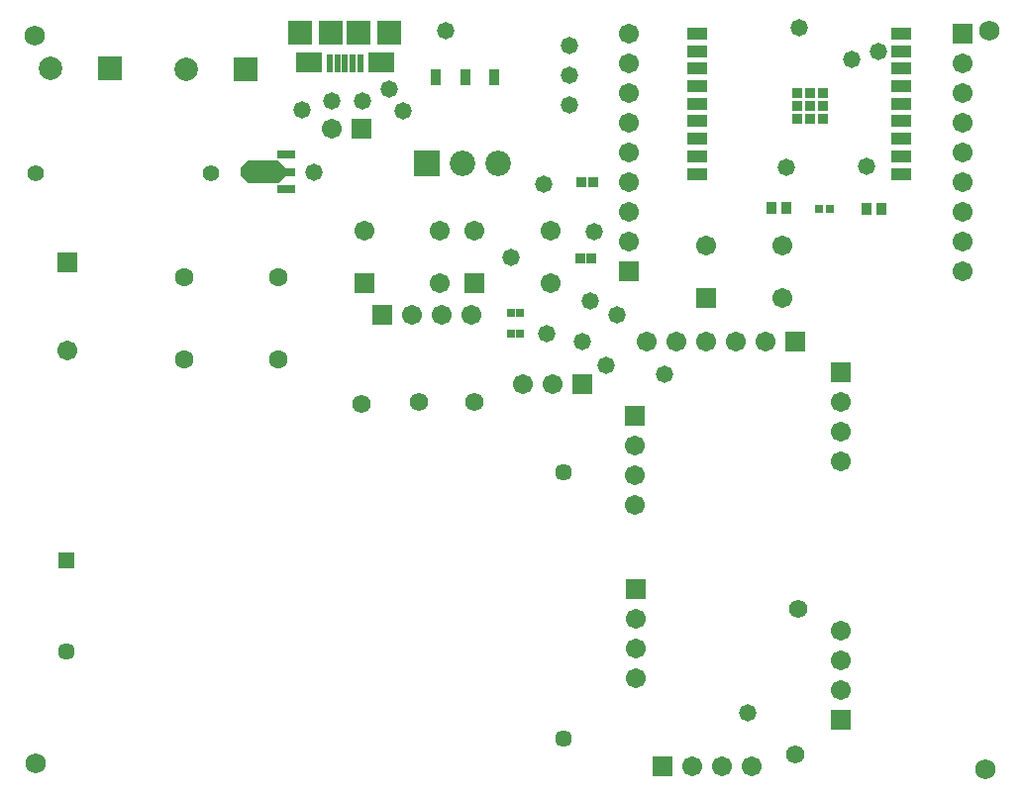
<source format=gts>
G04*
G04 #@! TF.GenerationSoftware,Altium Limited,Altium Designer,20.0.2 (26)*
G04*
G04 Layer_Color=8388736*
%FSLAX25Y25*%
%MOIN*%
G70*
G01*
G75*
%ADD18R,0.02816X0.02648*%
%ADD31R,0.02769X0.02572*%
%ADD32R,0.05918X0.03162*%
%ADD33R,0.03950X0.03162*%
%ADD34R,0.03556X0.05524*%
%ADD35R,0.03556X0.03556*%
%ADD36R,0.06706X0.04343*%
%ADD37R,0.03517X0.03635*%
%ADD38R,0.03753X0.04147*%
%ADD39R,0.03517X0.03635*%
%ADD40R,0.08280X0.08280*%
%ADD41R,0.07887X0.08280*%
%ADD42R,0.09068X0.07099*%
%ADD43R,0.02375X0.06115*%
%ADD44C,0.06737*%
%ADD45R,0.06737X0.06737*%
%ADD46C,0.06312*%
%ADD47C,0.08536*%
%ADD48R,0.08536X0.08536*%
%ADD49R,0.07887X0.07887*%
%ADD50C,0.07887*%
%ADD51C,0.05524*%
%ADD52C,0.06706*%
%ADD53R,0.06706X0.06706*%
%ADD54R,0.06706X0.06706*%
%ADD55R,0.05709X0.05709*%
%ADD56C,0.05709*%
%ADD57C,0.06181*%
%ADD58C,0.05796*%
%ADD59C,0.06800*%
%ADD60C,0.05800*%
G36*
X188202Y451441D02*
X188253Y451431D01*
X188303Y451414D01*
X188350Y451391D01*
X188394Y451361D01*
X188433Y451327D01*
X190795Y448965D01*
X190830Y448925D01*
X190859Y448881D01*
X190882Y448835D01*
X190899Y448785D01*
X190909Y448733D01*
X190913Y448681D01*
Y446319D01*
X190909Y446267D01*
X190899Y446215D01*
X190882Y446166D01*
X190859Y446118D01*
X190830Y446075D01*
X190795Y446035D01*
X188433Y443673D01*
X188394Y443639D01*
X188350Y443610D01*
X188303Y443586D01*
X188253Y443570D01*
X188202Y443559D01*
X188150Y443556D01*
X178701D01*
X178648Y443559D01*
X178597Y443570D01*
X178547Y443586D01*
X178500Y443610D01*
X178457Y443639D01*
X178417Y443673D01*
X176055Y446035D01*
X176021Y446075D01*
X175991Y446118D01*
X175968Y446166D01*
X175951Y446215D01*
X175941Y446267D01*
X175938Y446319D01*
Y448681D01*
X175941Y448733D01*
X175951Y448785D01*
X175968Y448835D01*
X175991Y448881D01*
X176021Y448925D01*
X176055Y448965D01*
X178417Y451327D01*
X178457Y451361D01*
X178500Y451391D01*
X178547Y451414D01*
X178597Y451431D01*
X178648Y451441D01*
X178701Y451444D01*
X188150D01*
X188202Y451441D01*
D02*
G37*
D18*
X374384Y435000D02*
D03*
X370616D02*
D03*
D31*
X267024Y393000D02*
D03*
X269976D02*
D03*
X269976Y400000D02*
D03*
X267024D02*
D03*
D32*
X191102Y453406D02*
D03*
Y441594D02*
D03*
D33*
X192087Y447500D02*
D03*
D34*
X241657Y479205D02*
D03*
X251500D02*
D03*
X261343D02*
D03*
D35*
X372000Y465338D02*
D03*
X367669D02*
D03*
X363339D02*
D03*
Y469669D02*
D03*
Y474000D02*
D03*
X367669D02*
D03*
X372000D02*
D03*
Y469669D02*
D03*
X367669D02*
D03*
D36*
X398339Y494079D02*
D03*
Y488173D02*
D03*
Y482268D02*
D03*
Y476362D02*
D03*
Y470457D02*
D03*
Y464551D02*
D03*
Y458646D02*
D03*
Y452740D02*
D03*
Y446835D02*
D03*
X329441D02*
D03*
Y452740D02*
D03*
Y458646D02*
D03*
Y464551D02*
D03*
Y470457D02*
D03*
Y476362D02*
D03*
Y482268D02*
D03*
Y488173D02*
D03*
Y494079D02*
D03*
D37*
X293811Y418500D02*
D03*
X290189D02*
D03*
D38*
X359461Y435500D02*
D03*
X354539D02*
D03*
X386539Y435000D02*
D03*
X391461D02*
D03*
D39*
X294429Y444000D02*
D03*
X290571D02*
D03*
D40*
X206236Y494500D02*
D03*
X215685D02*
D03*
D41*
X196000D02*
D03*
X225921D02*
D03*
D42*
X198756Y484461D02*
D03*
X223165D02*
D03*
D43*
X205843Y483969D02*
D03*
X216079D02*
D03*
X208402D02*
D03*
X213520D02*
D03*
X210961D02*
D03*
D44*
X358295Y422858D02*
D03*
X332705D02*
D03*
X358295Y405142D02*
D03*
X243000Y410000D02*
D03*
X217410Y427716D02*
D03*
X243000D02*
D03*
X280295Y410142D02*
D03*
X254705Y427858D02*
D03*
X280295D02*
D03*
D45*
X332705Y405142D02*
D03*
X217410Y410000D02*
D03*
X254705Y410142D02*
D03*
D46*
X157000Y412059D02*
D03*
Y384500D02*
D03*
X188496D02*
D03*
Y412059D02*
D03*
D47*
X262469Y450500D02*
D03*
X250500D02*
D03*
D48*
X238532D02*
D03*
D49*
X177500Y482000D02*
D03*
X132000Y482500D02*
D03*
D50*
X157500Y482000D02*
D03*
X112000Y482500D02*
D03*
D51*
X107000Y447000D02*
D03*
X166055D02*
D03*
D52*
X419000Y484000D02*
D03*
Y414000D02*
D03*
Y424000D02*
D03*
Y434000D02*
D03*
Y444000D02*
D03*
Y454000D02*
D03*
Y464000D02*
D03*
Y474000D02*
D03*
X312500Y390500D02*
D03*
X322500D02*
D03*
X332500D02*
D03*
X342500D02*
D03*
X352500D02*
D03*
X233500Y399500D02*
D03*
X243500D02*
D03*
X253500D02*
D03*
X271000Y376000D02*
D03*
X281000D02*
D03*
X206500Y462000D02*
D03*
X117500Y387472D02*
D03*
X308500Y355500D02*
D03*
Y345500D02*
D03*
Y335500D02*
D03*
X309000Y277000D02*
D03*
Y287000D02*
D03*
Y297000D02*
D03*
X328000Y247500D02*
D03*
X338000D02*
D03*
X348000D02*
D03*
X378000Y370000D02*
D03*
Y360000D02*
D03*
Y350000D02*
D03*
Y273000D02*
D03*
Y283000D02*
D03*
Y293000D02*
D03*
X306500Y424000D02*
D03*
Y494000D02*
D03*
Y484000D02*
D03*
Y474000D02*
D03*
Y464000D02*
D03*
Y454000D02*
D03*
Y444000D02*
D03*
Y434000D02*
D03*
D53*
X419000Y494000D02*
D03*
X117500Y417000D02*
D03*
X308500Y365500D02*
D03*
X309000Y307000D02*
D03*
X378000Y380000D02*
D03*
Y263000D02*
D03*
X306500Y414000D02*
D03*
D54*
X362500Y390500D02*
D03*
X223500Y399500D02*
D03*
X291000Y376000D02*
D03*
X216500Y462000D02*
D03*
X318000Y247500D02*
D03*
D55*
X117339Y316854D02*
D03*
D56*
Y286146D02*
D03*
X284661Y346382D02*
D03*
Y256618D02*
D03*
D57*
X362500Y251500D02*
D03*
X254500Y370000D02*
D03*
X236000D02*
D03*
X216500Y369500D02*
D03*
X363500Y300500D02*
D03*
D58*
X286500Y490000D02*
D03*
Y480000D02*
D03*
Y470000D02*
D03*
D59*
X107000Y248500D02*
D03*
X426500Y246500D02*
D03*
X428000Y495000D02*
D03*
X106500Y493500D02*
D03*
D60*
X279000Y393000D02*
D03*
X291000Y390500D02*
D03*
X298729Y382500D02*
D03*
X302500Y399500D02*
D03*
X318500Y379500D02*
D03*
X266893Y418607D02*
D03*
X293500Y404000D02*
D03*
X278000Y443500D02*
D03*
X295000Y427358D02*
D03*
X230500Y468000D02*
D03*
X200500Y447500D02*
D03*
X196500Y468500D02*
D03*
X206500Y471500D02*
D03*
X217000D02*
D03*
X226000Y475500D02*
D03*
X346500Y265500D02*
D03*
X364000Y496000D02*
D03*
X245000Y495000D02*
D03*
X359461Y448961D02*
D03*
X381500Y485500D02*
D03*
X386712Y449212D02*
D03*
X390500Y488000D02*
D03*
M02*

</source>
